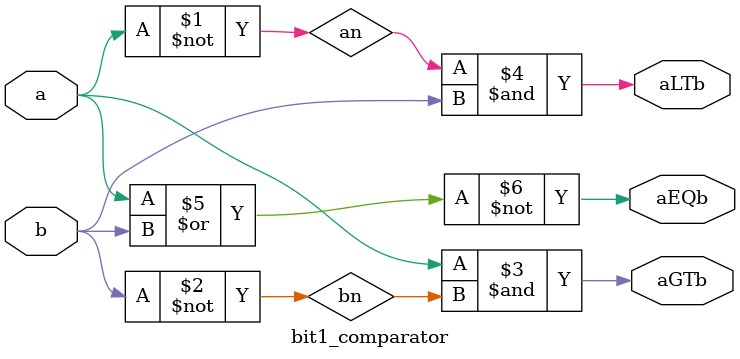
<source format=v>
module bit1_comparator(
    input a,
    input b,
    output aGTb,  //x>y
    output aEQb,  //x=y
    output aLTb   //x<y
    );
  wire an;
  wire bn;
assign an = ~ a;
assign bn = ~ b;
assign aGTb = a & bn;
assign aLTb = an & b;
    assign aEQb = ~ ( a | b );
endmodule

</source>
